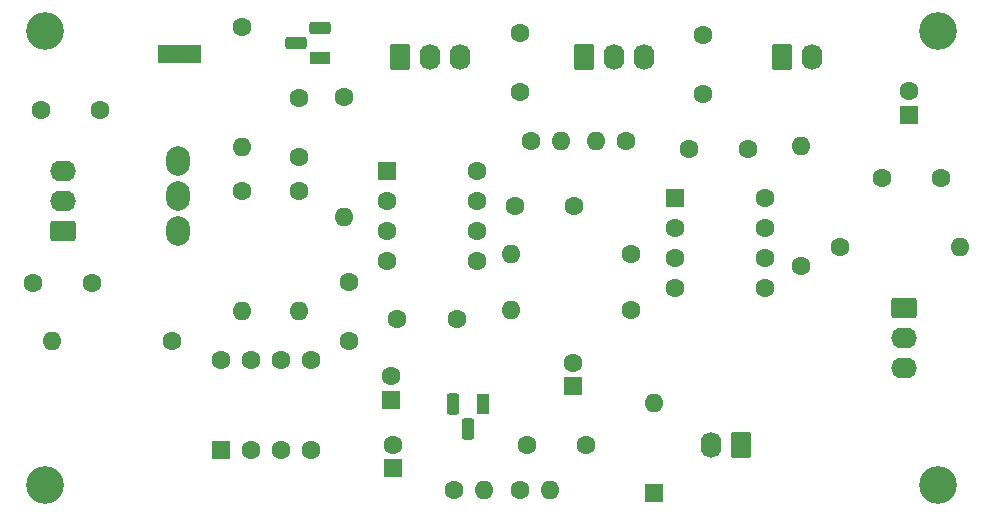
<source format=gbr>
%TF.GenerationSoftware,KiCad,Pcbnew,9.0.0*%
%TF.CreationDate,2026-02-26T12:38:33+00:00*%
%TF.ProjectId,GuitarMixer,47756974-6172-44d6-9978-65722e6b6963,V1.3*%
%TF.SameCoordinates,Original*%
%TF.FileFunction,Soldermask,Top*%
%TF.FilePolarity,Negative*%
%FSLAX46Y46*%
G04 Gerber Fmt 4.6, Leading zero omitted, Abs format (unit mm)*
G04 Created by KiCad (PCBNEW 9.0.0) date 2026-02-26 12:38:33*
%MOMM*%
%LPD*%
G01*
G04 APERTURE LIST*
G04 Aperture macros list*
%AMRoundRect*
0 Rectangle with rounded corners*
0 $1 Rounding radius*
0 $2 $3 $4 $5 $6 $7 $8 $9 X,Y pos of 4 corners*
0 Add a 4 corners polygon primitive as box body*
4,1,4,$2,$3,$4,$5,$6,$7,$8,$9,$2,$3,0*
0 Add four circle primitives for the rounded corners*
1,1,$1+$1,$2,$3*
1,1,$1+$1,$4,$5*
1,1,$1+$1,$6,$7*
1,1,$1+$1,$8,$9*
0 Add four rect primitives between the rounded corners*
20,1,$1+$1,$2,$3,$4,$5,0*
20,1,$1+$1,$4,$5,$6,$7,0*
20,1,$1+$1,$6,$7,$8,$9,0*
20,1,$1+$1,$8,$9,$2,$3,0*%
G04 Aperture macros list end*
%ADD10C,1.600000*%
%ADD11O,1.600000X1.600000*%
%ADD12R,1.600000X1.600000*%
%ADD13C,3.200000*%
%ADD14RoundRect,0.250000X-0.550000X-0.550000X0.550000X-0.550000X0.550000X0.550000X-0.550000X0.550000X0*%
%ADD15RoundRect,0.250000X-0.620000X-0.845000X0.620000X-0.845000X0.620000X0.845000X-0.620000X0.845000X0*%
%ADD16O,1.740000X2.190000*%
%ADD17RoundRect,0.250000X0.845000X-0.620000X0.845000X0.620000X-0.845000X0.620000X-0.845000X-0.620000X0*%
%ADD18O,2.190000X1.740000*%
%ADD19R,1.000000X1.500000*%
%ADD20RoundRect,0.250000X-0.845000X0.620000X-0.845000X-0.620000X0.845000X-0.620000X0.845000X0.620000X0*%
%ADD21R,1.800000X1.100000*%
%ADD22RoundRect,0.275000X0.625000X-0.275000X0.625000X0.275000X-0.625000X0.275000X-0.625000X-0.275000X0*%
%ADD23RoundRect,0.250000X0.550000X-0.550000X0.550000X0.550000X-0.550000X0.550000X-0.550000X-0.550000X0*%
%ADD24O,2.000000X2.500000*%
%ADD25RoundRect,0.250000X0.620000X0.845000X-0.620000X0.845000X-0.620000X-0.845000X0.620000X-0.845000X0*%
%ADD26R,1.100000X1.800000*%
%ADD27RoundRect,0.275000X0.275000X0.625000X-0.275000X0.625000X-0.275000X-0.625000X0.275000X-0.625000X0*%
G04 APERTURE END LIST*
%TO.C,JP1*%
G36*
X120675000Y-75250000D02*
G01*
X122275000Y-75250000D01*
X122275000Y-76750000D01*
X120675000Y-76750000D01*
X120675000Y-75250000D01*
G37*
%TD*%
D10*
%TO.C,C2*%
X180945000Y-86500000D03*
X185945000Y-86500000D03*
%TD*%
%TO.C,R108*%
X151230000Y-83400000D03*
D11*
X153770000Y-83400000D03*
%TD*%
D12*
%TO.C,C5*%
X154825000Y-104150000D03*
D10*
X154825000Y-102150000D03*
%TD*%
D12*
%TO.C,C3*%
X183195000Y-81155113D03*
D10*
X183195000Y-79155113D03*
%TD*%
%TO.C,C8*%
X144925000Y-98450000D03*
X139925000Y-98450000D03*
%TD*%
%TO.C,C105*%
X150275000Y-79250000D03*
X150275000Y-74250000D03*
%TD*%
D13*
%TO.C,REF\u002A\u002A*%
X110075000Y-112500000D03*
%TD*%
D10*
%TO.C,C4*%
X155915000Y-109150000D03*
X150915000Y-109150000D03*
%TD*%
%TO.C,C101*%
X109075000Y-95450000D03*
X114075000Y-95450000D03*
%TD*%
%TO.C,C205*%
X165775000Y-79450000D03*
X165775000Y-74450000D03*
%TD*%
D12*
%TO.C,D1*%
X161625000Y-113160000D03*
D11*
X161625000Y-105540000D03*
%TD*%
D10*
%TO.C,C9*%
X169585000Y-84070000D03*
X164585000Y-84070000D03*
%TD*%
%TO.C,R1011*%
X126775000Y-73780000D03*
D11*
X126775000Y-83940000D03*
%TD*%
D10*
%TO.C,R2*%
X159705000Y-97700000D03*
D11*
X149545000Y-97700000D03*
%TD*%
D10*
%TO.C,R4*%
X174125000Y-94010000D03*
D11*
X174125000Y-83850000D03*
%TD*%
D10*
%TO.C,C203*%
X135825000Y-100350000D03*
X135825000Y-95350000D03*
%TD*%
D14*
%TO.C,U2*%
X163405000Y-88230000D03*
D10*
X163405000Y-90770000D03*
X163405000Y-93310000D03*
X163405000Y-95850000D03*
X171025000Y-95850000D03*
X171025000Y-93310000D03*
X171025000Y-90770000D03*
X171025000Y-88230000D03*
%TD*%
D15*
%TO.C,J5*%
X172455000Y-76300000D03*
D16*
X174995000Y-76300000D03*
%TD*%
D10*
%TO.C,C1*%
X154835000Y-88920000D03*
X149835000Y-88920000D03*
%TD*%
%TO.C,R3*%
X177415000Y-92400000D03*
D11*
X187575000Y-92400000D03*
%TD*%
D17*
%TO.C,J1*%
X111645000Y-91000000D03*
D18*
X111645000Y-88460000D03*
X111645000Y-85920000D03*
%TD*%
D10*
%TO.C,R201*%
X120875000Y-100350000D03*
D11*
X110715000Y-100350000D03*
%TD*%
D19*
%TO.C,JP1*%
X120175000Y-76000000D03*
X121475000Y-76000000D03*
X122775000Y-76000000D03*
%TD*%
D20*
%TO.C,J6*%
X182845000Y-97570000D03*
D18*
X182845000Y-100110000D03*
X182845000Y-102650000D03*
%TD*%
D10*
%TO.C,C102*%
X109775000Y-80750000D03*
X114775000Y-80750000D03*
%TD*%
%TO.C,R1*%
X159705000Y-92970000D03*
D11*
X149545000Y-92970000D03*
%TD*%
D10*
%TO.C,R208*%
X159300000Y-83400000D03*
D11*
X156760000Y-83400000D03*
%TD*%
D10*
%TO.C,R6*%
X144685000Y-112900000D03*
D11*
X147225000Y-112900000D03*
%TD*%
D10*
%TO.C,R102*%
X131625000Y-87600000D03*
D11*
X131625000Y-97760000D03*
%TD*%
D10*
%TO.C,R1012*%
X126775000Y-87600000D03*
D11*
X126775000Y-97760000D03*
%TD*%
D13*
%TO.C,REF\u002A\u002A*%
X185725000Y-74050000D03*
%TD*%
D10*
%TO.C,R5*%
X150275000Y-112900000D03*
D11*
X152815000Y-112900000D03*
%TD*%
D21*
%TO.C,Q1*%
X133395000Y-76400000D03*
D22*
X131325000Y-75130000D03*
X133395000Y-73860000D03*
%TD*%
D13*
%TO.C,REF\u002A\u002A*%
X110075000Y-74050000D03*
%TD*%
D12*
%TO.C,C7*%
X139575000Y-111100000D03*
D10*
X139575000Y-109100000D03*
%TD*%
D14*
%TO.C,U1*%
X139005000Y-85910000D03*
D10*
X139005000Y-88450000D03*
X139005000Y-90990000D03*
X139005000Y-93530000D03*
X146625000Y-93530000D03*
X146625000Y-90990000D03*
X146625000Y-88450000D03*
X146625000Y-85910000D03*
%TD*%
D23*
%TO.C,U4*%
X124995000Y-109550000D03*
D10*
X127535000Y-109550000D03*
X130075000Y-109550000D03*
X132615000Y-109550000D03*
X132615000Y-101930000D03*
X130075000Y-101930000D03*
X127535000Y-101930000D03*
X124995000Y-101930000D03*
%TD*%
D15*
%TO.C,J2*%
X140175000Y-76300000D03*
D16*
X142715000Y-76300000D03*
X145255000Y-76300000D03*
%TD*%
D24*
%TO.C,SW1*%
X121375000Y-91050000D03*
X121375000Y-88050000D03*
X121375000Y-85050000D03*
%TD*%
D15*
%TO.C,J3*%
X155715000Y-76300000D03*
D16*
X158255000Y-76300000D03*
X160795000Y-76300000D03*
%TD*%
D12*
%TO.C,C6*%
X139375000Y-105300000D03*
D10*
X139375000Y-103300000D03*
%TD*%
D25*
%TO.C,J4*%
X169015000Y-109150000D03*
D16*
X166475000Y-109150000D03*
%TD*%
D26*
%TO.C,U3*%
X147195000Y-105700000D03*
D27*
X145925000Y-107770000D03*
X144655000Y-105700000D03*
%TD*%
D13*
%TO.C,REF\u002A\u002A*%
X185725000Y-112500000D03*
%TD*%
D10*
%TO.C,R103*%
X135425000Y-79670000D03*
D11*
X135425000Y-89830000D03*
%TD*%
D10*
%TO.C,C103*%
X131575000Y-84730000D03*
X131575000Y-79730000D03*
%TD*%
M02*

</source>
